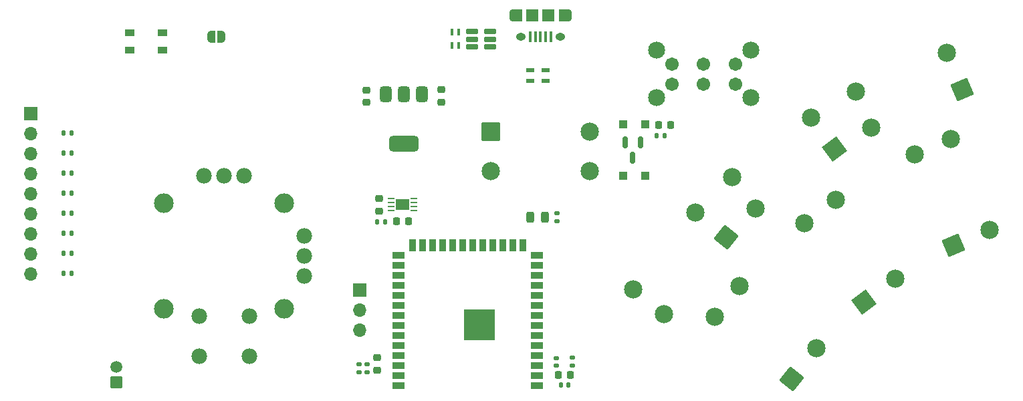
<source format=gbr>
%TF.GenerationSoftware,KiCad,Pcbnew,8.0.4*%
%TF.CreationDate,2025-03-19T10:06:25-07:00*%
%TF.ProjectId,aqp_controller,6171705f-636f-46e7-9472-6f6c6c65722e,rev0*%
%TF.SameCoordinates,Original*%
%TF.FileFunction,Soldermask,Top*%
%TF.FilePolarity,Negative*%
%FSLAX46Y46*%
G04 Gerber Fmt 4.6, Leading zero omitted, Abs format (unit mm)*
G04 Created by KiCad (PCBNEW 8.0.4) date 2025-03-19 10:06:25*
%MOMM*%
%LPD*%
G01*
G04 APERTURE LIST*
G04 Aperture macros list*
%AMRoundRect*
0 Rectangle with rounded corners*
0 $1 Rounding radius*
0 $2 $3 $4 $5 $6 $7 $8 $9 X,Y pos of 4 corners*
0 Add a 4 corners polygon primitive as box body*
4,1,4,$2,$3,$4,$5,$6,$7,$8,$9,$2,$3,0*
0 Add four circle primitives for the rounded corners*
1,1,$1+$1,$2,$3*
1,1,$1+$1,$4,$5*
1,1,$1+$1,$6,$7*
1,1,$1+$1,$8,$9*
0 Add four rect primitives between the rounded corners*
20,1,$1+$1,$2,$3,$4,$5,0*
20,1,$1+$1,$4,$5,$6,$7,0*
20,1,$1+$1,$6,$7,$8,$9,0*
20,1,$1+$1,$8,$9,$2,$3,0*%
%AMFreePoly0*
4,1,19,0.500000,-0.750000,0.000000,-0.750000,0.000000,-0.744911,-0.071157,-0.744911,-0.207708,-0.704816,-0.327430,-0.627875,-0.420627,-0.520320,-0.479746,-0.390866,-0.500000,-0.250000,-0.500000,0.250000,-0.479746,0.390866,-0.420627,0.520320,-0.327430,0.627875,-0.207708,0.704816,-0.071157,0.744911,0.000000,0.744911,0.000000,0.750000,0.500000,0.750000,0.500000,-0.750000,0.500000,-0.750000,
$1*%
%AMFreePoly1*
4,1,19,0.000000,0.744911,0.071157,0.744911,0.207708,0.704816,0.327430,0.627875,0.420627,0.520320,0.479746,0.390866,0.500000,0.250000,0.500000,-0.250000,0.479746,-0.390866,0.420627,-0.520320,0.327430,-0.627875,0.207708,-0.704816,0.071157,-0.744911,0.000000,-0.744911,0.000000,-0.750000,-0.500000,-0.750000,-0.500000,0.750000,0.000000,0.750000,0.000000,0.744911,0.000000,0.744911,
$1*%
G04 Aperture macros list end*
%ADD10RoundRect,0.243750X-0.243750X-0.456250X0.243750X-0.456250X0.243750X0.456250X-0.243750X0.456250X0*%
%ADD11RoundRect,0.225000X-0.250000X0.225000X-0.250000X-0.225000X0.250000X-0.225000X0.250000X0.225000X0*%
%ADD12RoundRect,0.102000X-1.050000X-1.050000X1.050000X-1.050000X1.050000X1.050000X-1.050000X1.050000X0*%
%ADD13C,2.304000*%
%ADD14RoundRect,0.135000X0.135000X0.185000X-0.135000X0.185000X-0.135000X-0.185000X0.135000X-0.185000X0*%
%ADD15RoundRect,0.135000X-0.185000X0.135000X-0.185000X-0.135000X0.185000X-0.135000X0.185000X0.135000X0*%
%ADD16C,2.154000*%
%ADD17C,1.712000*%
%ADD18RoundRect,0.225000X0.225000X0.250000X-0.225000X0.250000X-0.225000X-0.250000X0.225000X-0.250000X0*%
%ADD19RoundRect,0.102000X0.525000X0.325000X-0.525000X0.325000X-0.525000X-0.325000X0.525000X-0.325000X0*%
%ADD20R,1.700000X1.700000*%
%ADD21O,1.700000X1.700000*%
%ADD22RoundRect,0.102000X1.376798X-0.556262X0.556262X1.376798X-1.376798X0.556262X-0.556262X-1.376798X0*%
%ADD23C,1.982000*%
%ADD24C,2.490000*%
%ADD25RoundRect,0.135000X0.185000X-0.135000X0.185000X0.135000X-0.185000X0.135000X-0.185000X-0.135000X0*%
%ADD26R,1.000000X0.600000*%
%ADD27RoundRect,0.225000X-0.225000X-0.250000X0.225000X-0.250000X0.225000X0.250000X-0.225000X0.250000X0*%
%ADD28RoundRect,0.062500X0.337500X0.062500X-0.337500X0.062500X-0.337500X-0.062500X0.337500X-0.062500X0*%
%ADD29R,1.700000X1.400000*%
%ADD30RoundRect,0.102000X0.556262X1.376798X-1.376798X0.556262X-0.556262X-1.376798X1.376798X-0.556262X0*%
%ADD31RoundRect,0.250000X0.300000X0.300000X-0.300000X0.300000X-0.300000X-0.300000X0.300000X-0.300000X0*%
%ADD32RoundRect,0.102000X0.206662X1.470473X-1.470473X0.206662X-0.206662X-1.470473X1.470473X-0.206662X0*%
%ADD33RoundRect,0.225000X0.250000X-0.225000X0.250000X0.225000X-0.250000X0.225000X-0.250000X-0.225000X0*%
%ADD34RoundRect,0.140000X-0.170000X0.140000X-0.170000X-0.140000X0.170000X-0.140000X0.170000X0.140000X0*%
%ADD35RoundRect,0.150000X-0.650000X-0.150000X0.650000X-0.150000X0.650000X0.150000X-0.650000X0.150000X0*%
%ADD36FreePoly0,180.000000*%
%ADD37FreePoly1,180.000000*%
%ADD38R,0.400000X1.350000*%
%ADD39O,0.890000X1.550000*%
%ADD40R,1.200000X1.550000*%
%ADD41O,1.250000X0.950000*%
%ADD42R,1.500000X1.550000*%
%ADD43RoundRect,0.102000X1.470473X-0.206662X0.206662X1.470473X-1.470473X0.206662X-0.206662X-1.470473X0*%
%ADD44RoundRect,0.140000X0.140000X0.170000X-0.140000X0.170000X-0.140000X-0.170000X0.140000X-0.170000X0*%
%ADD45RoundRect,0.375000X-0.375000X0.625000X-0.375000X-0.625000X0.375000X-0.625000X0.375000X0.625000X0*%
%ADD46RoundRect,0.500000X-1.400000X0.500000X-1.400000X-0.500000X1.400000X-0.500000X1.400000X0.500000X0*%
%ADD47R,1.500000X0.900000*%
%ADD48R,0.900000X1.500000*%
%ADD49C,0.600000*%
%ADD50R,3.900000X3.900000*%
%ADD51RoundRect,0.150000X-0.150000X0.587500X-0.150000X-0.587500X0.150000X-0.587500X0.150000X0.587500X0*%
%ADD52RoundRect,0.102000X1.476790X0.155217X-0.155217X1.476790X-1.476790X-0.155217X0.155217X-1.476790X0*%
%ADD53RoundRect,0.102000X-0.155217X1.476790X-1.476790X-0.155217X0.155217X-1.476790X1.476790X0.155217X0*%
%ADD54R,0.400000X0.900000*%
%ADD55RoundRect,0.135000X-0.135000X-0.185000X0.135000X-0.185000X0.135000X0.185000X-0.135000X0.185000X0*%
%ADD56RoundRect,0.102000X-0.654000X0.654000X-0.654000X-0.654000X0.654000X-0.654000X0.654000X0.654000X0*%
%ADD57C,1.512000*%
G04 APERTURE END LIST*
D10*
%TO.C,D4*%
X143931146Y-98774674D03*
X145806146Y-98774674D03*
%TD*%
D11*
%TO.C,C6*%
X124533100Y-116564500D03*
X124533100Y-118114500D03*
%TD*%
D12*
%TO.C,SW4*%
X138950000Y-87924100D03*
D13*
X151450000Y-87924100D03*
X138950000Y-92924100D03*
X151450000Y-92924100D03*
%TD*%
D14*
%TO.C,R3*%
X85800000Y-90650714D03*
X84780000Y-90650714D03*
%TD*%
%TO.C,R10*%
X125550000Y-99375000D03*
X124530000Y-99375000D03*
%TD*%
D15*
%TO.C,R7*%
X147269614Y-98254295D03*
X147269614Y-99274295D03*
%TD*%
D16*
%TO.C,SW2*%
X159875000Y-77637500D03*
X171875000Y-77637500D03*
X159875000Y-83637500D03*
X171875000Y-83637500D03*
D17*
X161875000Y-79387500D03*
X165875000Y-79387500D03*
X169875000Y-79387500D03*
X161875000Y-81887500D03*
X165875000Y-81887500D03*
X169875000Y-81887500D03*
%TD*%
D18*
%TO.C,C3*%
X161725100Y-87060800D03*
X160175100Y-87060800D03*
%TD*%
D19*
%TO.C,SW1*%
X97375000Y-77575000D03*
X93225000Y-77575000D03*
X97375000Y-75425000D03*
X93225000Y-75425000D03*
%TD*%
D14*
%TO.C,R1*%
X85800000Y-88110000D03*
X84780000Y-88110000D03*
%TD*%
D20*
%TO.C,J3*%
X122350000Y-108010000D03*
D21*
X122350000Y-110550000D03*
X122350000Y-113090000D03*
%TD*%
D15*
%TO.C,R13*%
X122262100Y-117384500D03*
X122262100Y-118404500D03*
%TD*%
D22*
%TO.C,SW6*%
X197470707Y-102303883D03*
D13*
X192586568Y-90797572D03*
X202073232Y-100350228D03*
X197189093Y-88843917D03*
%TD*%
D14*
%TO.C,R4*%
X85800000Y-93191428D03*
X84780000Y-93191428D03*
%TD*%
D18*
%TO.C,C8*%
X149015700Y-118772000D03*
X147465700Y-118772000D03*
%TD*%
D23*
%TO.C,M1*%
X108305000Y-116367500D03*
X101955000Y-116367500D03*
X108305000Y-111287500D03*
X101955000Y-111287500D03*
X107670000Y-93507500D03*
X105130000Y-93507500D03*
X102590000Y-93507500D03*
D24*
X112750000Y-110335000D03*
X112750000Y-97000000D03*
X97510000Y-97000000D03*
X97510000Y-110335000D03*
D23*
X115290000Y-106207500D03*
X115290000Y-103667500D03*
X115290000Y-101127500D03*
%TD*%
D25*
%TO.C,R14*%
X149228300Y-117586900D03*
X149228300Y-116566900D03*
%TD*%
D26*
%TO.C,D1*%
X145878324Y-81472960D03*
X145878324Y-80172960D03*
X143878324Y-80172960D03*
X143878324Y-81472960D03*
%TD*%
D14*
%TO.C,R9*%
X85800000Y-103354284D03*
X84780000Y-103354284D03*
%TD*%
D27*
%TO.C,C5*%
X126950000Y-99300000D03*
X128500000Y-99300000D03*
%TD*%
D28*
%TO.C,U3*%
X129166400Y-97899200D03*
X129166400Y-97399200D03*
X129166400Y-96899200D03*
X129166400Y-96399200D03*
X126266400Y-96399200D03*
X126266400Y-96899200D03*
X126266400Y-97399200D03*
X126266400Y-97899200D03*
D29*
X127716400Y-97149200D03*
%TD*%
D14*
%TO.C,R8*%
X85800000Y-100813570D03*
X84780000Y-100813570D03*
%TD*%
D30*
%TO.C,SW3*%
X198581483Y-82568993D03*
D13*
X187075172Y-87453132D03*
X196627828Y-77966468D03*
X185121517Y-82850607D03*
%TD*%
D31*
%TO.C,D3*%
X158500000Y-93551600D03*
X155700000Y-93551600D03*
%TD*%
D32*
%TO.C,SW5*%
X182449109Y-90117445D03*
D13*
X172466166Y-97640133D03*
X179440034Y-86124267D03*
X169457091Y-93646955D03*
%TD*%
D33*
%TO.C,C2*%
X132664000Y-84179100D03*
X132664000Y-82629100D03*
%TD*%
D34*
%TO.C,C7*%
X147225000Y-116595300D03*
X147225000Y-117555300D03*
%TD*%
D14*
%TO.C,R5*%
X85800000Y-98272856D03*
X84780000Y-98272856D03*
%TD*%
D35*
%TO.C,U1*%
X136539100Y-75252600D03*
X136539100Y-76202600D03*
X136539100Y-77152600D03*
X138839100Y-77152600D03*
X138839100Y-76202600D03*
X138839100Y-75252600D03*
%TD*%
D33*
%TO.C,C4*%
X124750000Y-97975000D03*
X124750000Y-96425000D03*
%TD*%
D36*
%TO.C,J1*%
X104825000Y-75875000D03*
D37*
X103525000Y-75875000D03*
%TD*%
D38*
%TO.C,J2*%
X146500000Y-75916300D03*
X145850000Y-75916300D03*
X145200000Y-75916300D03*
X144550000Y-75916300D03*
X143900000Y-75916300D03*
D39*
X148700000Y-73216300D03*
D40*
X148100000Y-73216300D03*
D41*
X147700000Y-75916300D03*
D42*
X146200000Y-73216300D03*
X144200000Y-73216300D03*
D41*
X142700000Y-75916300D03*
D40*
X142300000Y-73216300D03*
D39*
X141700000Y-73216300D03*
%TD*%
D43*
%TO.C,SW7*%
X186118255Y-109542109D03*
D13*
X178595567Y-99559166D03*
X190111433Y-106533034D03*
X182588745Y-96550091D03*
%TD*%
D44*
%TO.C,C9*%
X148746500Y-120022900D03*
X147786500Y-120022900D03*
%TD*%
D45*
%TO.C,U2*%
X130214000Y-83171700D03*
X127914000Y-83171700D03*
D46*
X127914000Y-89471700D03*
D45*
X125614000Y-83171700D03*
%TD*%
D31*
%TO.C,D2*%
X158500000Y-87000000D03*
X155700000Y-87000000D03*
%TD*%
D33*
%TO.C,C1*%
X123164000Y-84221700D03*
X123164000Y-82671700D03*
%TD*%
D47*
%TO.C,U4*%
X144750000Y-120110000D03*
X144750000Y-118840000D03*
X144750000Y-117570000D03*
X144750000Y-116300000D03*
X144750000Y-115030000D03*
X144750000Y-113760000D03*
X144750000Y-112490000D03*
X144750000Y-111220000D03*
X144750000Y-109950000D03*
X144750000Y-108680000D03*
X144750000Y-107410000D03*
X144750000Y-106140000D03*
X144750000Y-104870000D03*
X144750000Y-103600000D03*
D48*
X142985000Y-102350000D03*
X141715000Y-102350000D03*
X140445000Y-102350000D03*
X139175000Y-102350000D03*
X137905000Y-102350000D03*
X136635000Y-102350000D03*
X135365000Y-102350000D03*
X134095000Y-102350000D03*
X132825000Y-102350000D03*
X131555000Y-102350000D03*
X130285000Y-102350000D03*
X129015000Y-102350000D03*
D47*
X127250000Y-103600000D03*
X127250000Y-104870000D03*
X127250000Y-106140000D03*
X127250000Y-107410000D03*
X127250000Y-108680000D03*
X127250000Y-109950000D03*
X127250000Y-111220000D03*
X127250000Y-112490000D03*
X127250000Y-113760000D03*
X127250000Y-115030000D03*
X127250000Y-116300000D03*
X127250000Y-117570000D03*
X127250000Y-118840000D03*
X127250000Y-120110000D03*
D49*
X138900000Y-113090000D03*
X138900000Y-111690000D03*
X138200000Y-113790000D03*
X138200000Y-112390000D03*
X138200000Y-110990000D03*
X137500000Y-113090000D03*
D50*
X137500000Y-112390000D03*
D49*
X137500000Y-111690000D03*
X136800000Y-113790000D03*
X136800000Y-112390000D03*
X136800000Y-110990000D03*
X136100000Y-113090000D03*
X136100000Y-111690000D03*
%TD*%
D51*
%TO.C,Q1*%
X157846800Y-89311800D03*
X155946800Y-89311800D03*
X156896800Y-91186800D03*
%TD*%
D25*
%TO.C,R12*%
X123259700Y-118404500D03*
X123259700Y-117384500D03*
%TD*%
D52*
%TO.C,SW9*%
X176978561Y-119256517D03*
D13*
X167264237Y-111390012D03*
X180125163Y-115370788D03*
X170410839Y-107504283D03*
%TD*%
D14*
%TO.C,R11*%
X85800000Y-105895000D03*
X84780000Y-105895000D03*
%TD*%
D53*
%TO.C,SW8*%
X168721417Y-101344239D03*
D13*
X160854912Y-111058563D03*
X164835688Y-98197637D03*
X156969183Y-107911961D03*
%TD*%
D14*
%TO.C,R6*%
X85800000Y-95732142D03*
X84780000Y-95732142D03*
%TD*%
D54*
%TO.C,L1*%
X134025000Y-77025000D03*
X134025000Y-75325000D03*
X134825000Y-75325000D03*
X134825000Y-77025000D03*
%TD*%
D55*
%TO.C,R2*%
X159894100Y-88407500D03*
X160914100Y-88407500D03*
%TD*%
D56*
%TO.C,J5*%
X91500001Y-119708900D03*
D57*
X91500001Y-117708900D03*
%TD*%
D20*
%TO.C,J4*%
X80700000Y-85600000D03*
D21*
X80700000Y-88140000D03*
X80700000Y-90680000D03*
X80700000Y-93220000D03*
X80700000Y-95760000D03*
X80700000Y-98300000D03*
X80700000Y-100840000D03*
X80700000Y-103380000D03*
X80700000Y-105920000D03*
%TD*%
M02*

</source>
